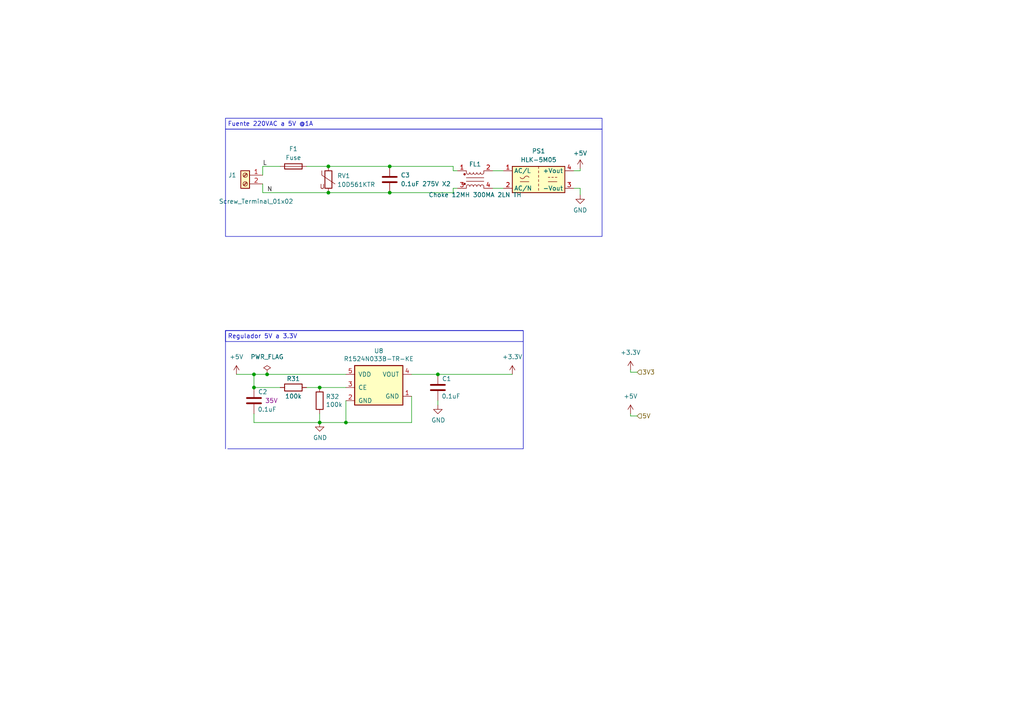
<source format=kicad_sch>
(kicad_sch (version 20230121) (generator eeschema)
  (paper "A4")
  (lib_symbols
    (symbol "+3.3V_4" (power) (pin_names (offset 0))
      (property "Value" "+3.3V_4" (at 0 3.556 0))
      (symbol "+3.3V_4_0_1"
        (polyline (pts (xy -0.762 1.27) (xy 0 2.54)))
        (polyline (pts (xy 0 0) (xy 0 2.54)))
        (polyline (pts (xy 0 2.54) (xy 0.762 1.27)))
      )
      (symbol "+3.3V_4_1_1"
        (pin power_in line (at 0 0 90) (length 0) hide (name "+3.3V") (number "1"))
      )
    )
    (symbol "Connector:Screw_Terminal_01x02" (pin_names (offset 1.016) hide)
      (property "Reference" "J" (at 0 2.54 0))
      (property "Value" "Screw_Terminal_01x02" (at 0 -5.08 0))
      (symbol "Screw_Terminal_01x02_1_1"
        (rectangle (start -1.27 1.27) (end 1.27 -3.81) (stroke (width 0.254)) (fill (type background)))
        (circle (center 0 -2.54) (radius 0.635) (stroke (width 0.1524)))
        (polyline (pts (xy -0.5334 -2.2098) (xy 0.3302 -3.048)) (stroke (width 0.1524)))
        (polyline (pts (xy -0.5334 0.3302) (xy 0.3302 -0.508)) (stroke (width 0.1524)))
        (polyline (pts (xy -0.3556 -2.032) (xy 0.508 -2.8702)) (stroke (width 0.1524)))
        (polyline (pts (xy -0.3556 0.508) (xy 0.508 -0.3302)) (stroke (width 0.1524)))
        (circle (center 0 0) (radius 0.635) (stroke (width 0.1524)))
        (pin passive line (at -5.08 0 0) (length 3.81) (name "Pin_1") (number "1"))
        (pin passive line (at -5.08 -2.54 0) (length 3.81) (name "Pin_2") (number "2"))
      )
    )
    (symbol "Converter_ACDC:HLK-5M05"
      (property "Reference" "PS" (at 0 5.08 0))
      (property "Value" "HLK-5M05" (at 0 -5.08 0))
      (symbol "HLK-5M05_0_1"
        (rectangle (start -7.62 3.81) (end 7.62 -3.81) (stroke (width 0.254)) (fill (type background)))
        (arc (start -5.334 0.635) (mid -4.699 0.2495) (end -4.064 0.635))
        (arc (start -2.794 0.635) (mid -3.429 1.0072) (end -4.064 0.635))
        (polyline (pts (xy -5.334 -0.635) (xy -2.794 -0.635)))
        (polyline (pts (xy 0 -2.54) (xy 0 -3.175)))
        (polyline (pts (xy 0 -1.27) (xy 0 -1.905)))
        (polyline (pts (xy 0 0) (xy 0 -0.635)))
        (polyline (pts (xy 0 1.27) (xy 0 0.635)))
        (polyline (pts (xy 0 2.54) (xy 0 1.905)))
        (polyline (pts (xy 0 3.81) (xy 0 3.175)))
        (polyline (pts (xy 2.794 -0.635) (xy 5.334 -0.635)))
        (polyline (pts (xy 2.794 0.635) (xy 3.302 0.635)))
        (polyline (pts (xy 3.81 0.635) (xy 4.318 0.635)))
        (polyline (pts (xy 4.826 0.635) (xy 5.334 0.635)))
      )
      (symbol "HLK-5M05_1_1"
        (pin power_in line (at -10.16 2.54 0) (length 2.54) (name "AC/L") (number "1"))
        (pin power_in line (at -10.16 -2.54 0) (length 2.54) (name "AC/N") (number "2"))
        (pin power_out line (at 10.16 -2.54 180) (length 2.54) (name "-Vout") (number "3"))
        (pin power_out line (at 10.16 2.54 180) (length 2.54) (name "+Vout") (number "4"))
      )
    )
    (symbol "Device:C" (pin_numbers hide) (pin_names (offset 0.254))
      (property "Reference" "C" (at 0.635 2.54 0))
      (property "Value" "C" (at 0.635 -2.54 0))
      (symbol "C_0_1"
        (polyline (pts (xy -2.032 -0.762) (xy 2.032 -0.762)) (stroke (width 0.508)))
        (polyline (pts (xy -2.032 0.762) (xy 2.032 0.762)) (stroke (width 0.508)))
      )
      (symbol "C_1_1"
        (pin passive line (at 0 3.81 270) (length 2.794) (name "~") (number "1"))
        (pin passive line (at 0 -3.81 90) (length 2.794) (name "~") (number "2"))
      )
    )
    (symbol "Device:Filter_EMI_CommonMode" (pin_names (offset 0.254) hide)
      (property "Reference" "FL" (at 0 4.445 0))
      (property "Value" "Filter_EMI_CommonMode" (at 0 -4.445 0))
      (symbol "Filter_EMI_CommonMode_0_1"
        (circle (center -3.048 -1.27) (radius 0.254) (fill (type outline)))
        (circle (center -3.048 1.524) (radius 0.254) (fill (type outline)))
        (arc (start -2.54 2.032) (mid -2.032 1.5262) (end -1.524 2.032))
        (arc (start -1.524 -2.032) (mid -2.032 -1.5262) (end -2.54 -2.032))
        (arc (start -1.524 2.032) (mid -1.016 1.5262) (end -0.508 2.032))
        (arc (start -0.508 -2.032) (mid -1.016 -1.5262) (end -1.524 -2.032))
        (arc (start -0.508 2.032) (mid 0 1.5262) (end 0.508 2.032))
        (polyline (pts (xy -2.54 -2.032) (xy -2.54 -2.54)))
        (polyline (pts (xy -2.54 0.508) (xy 2.54 0.508)))
        (polyline (pts (xy -2.54 2.032) (xy -2.54 2.54)))
        (polyline (pts (xy 2.54 -2.032) (xy 2.54 -2.54)))
        (polyline (pts (xy 2.54 -0.508) (xy -2.54 -0.508)))
        (polyline (pts (xy 2.54 2.54) (xy 2.54 2.032)))
        (arc (start 0.508 -2.032) (mid 0 -1.5262) (end -0.508 -2.032))
        (arc (start 0.508 2.032) (mid 1.016 1.5262) (end 1.524 2.032))
        (arc (start 1.524 -2.032) (mid 1.016 -1.5262) (end 0.508 -2.032))
        (arc (start 1.524 2.032) (mid 2.032 1.5262) (end 2.54 2.032))
        (arc (start 2.54 -2.032) (mid 2.032 -1.5262) (end 1.524 -2.032))
      )
      (symbol "Filter_EMI_CommonMode_1_1"
        (pin passive line (at -5.08 2.54 0) (length 2.54) (name "1") (number "1"))
        (pin passive line (at 5.08 2.54 180) (length 2.54) (name "2") (number "2"))
        (pin passive line (at -5.08 -2.54 0) (length 2.54) (name "3") (number "3"))
        (pin passive line (at 5.08 -2.54 180) (length 2.54) (name "4") (number "4"))
      )
    )
    (symbol "Device:Fuse" (pin_numbers hide) (pin_names (offset 0))
      (property "Reference" "F" (at 2.032 0 90))
      (property "Value" "Fuse" (at -1.905 0 90))
      (symbol "Fuse_0_1"
        (rectangle (start -0.762 -2.54) (end 0.762 2.54) (stroke (width 0.254)))
        (polyline (pts (xy 0 2.54) (xy 0 -2.54)))
      )
      (symbol "Fuse_1_1"
        (pin passive line (at 0 3.81 270) (length 1.27) (name "~") (number "1"))
        (pin passive line (at 0 -3.81 90) (length 1.27) (name "~") (number "2"))
      )
    )
    (symbol "Device:R" (pin_numbers hide) (pin_names (offset 0))
      (property "Reference" "R" (at 2.032 0 90))
      (property "Value" "R" (at 0 0 90))
      (symbol "R_0_1"
        (rectangle (start -1.016 -2.54) (end 1.016 2.54) (stroke (width 0.254)))
      )
      (symbol "R_1_1"
        (pin passive line (at 0 3.81 270) (length 1.27) (name "~") (number "1"))
        (pin passive line (at 0 -3.81 90) (length 1.27) (name "~") (number "2"))
      )
    )
    (symbol "Device:Varistor" (pin_numbers hide) (pin_names (offset 0))
      (property "Reference" "RV" (at 3.175 0 90))
      (property "Value" "Varistor" (at -3.175 0 90))
      (symbol "Varistor_0_0"
        (text "U" (at -1.778 -2.032 0) (effects (font (size 1.27 1.27))))
      )
      (symbol "Varistor_0_1"
        (rectangle (start -1.016 -2.54) (end 1.016 2.54) (stroke (width 0.254)))
        (polyline (pts (xy -1.905 2.54) (xy -1.905 1.27) (xy 1.905 -1.27)))
      )
      (symbol "Varistor_1_1"
        (pin passive line (at 0 3.81 270) (length 1.27) (name "~") (number "1"))
        (pin passive line (at 0 -3.81 90) (length 1.27) (name "~") (number "2"))
      )
    )
    (symbol "R1524N033B:R1524N033B" (pin_names (offset 1.016))
      (property "Reference" "U" (at 0 -1.27 0))
      (property "Value" "R1524N033B" (at -1.27 6.35 0))
      (symbol "R1524N033B_0_1"
        (rectangle (start -7.62 5.08) (end 6.35 -6.35) (stroke (width 0.3048)) (fill (type background)))
      )
      (symbol "R1524N033B_1_1"
        (pin power_in line (at 8.89 -3.81 180) (length 2.54) (name "GND") (number "1"))
        (pin power_in line (at -10.16 -5.08 0) (length 2.54) (name "GND") (number "2"))
        (pin input line (at -10.16 -1.27 0) (length 2.54) (name "CE") (number "3"))
        (pin power_out line (at 8.89 2.54 180) (length 2.54) (name "VOUT") (number "4"))
        (pin power_in line (at -10.16 2.54 0) (length 2.54) (name "VDD") (number "5"))
      )
    )
    (symbol "power:+5V" (power) (pin_names (offset 0))
      (property "Value" "+5V" (at 0 3.556 0))
      (symbol "+5V_0_1"
        (polyline (pts (xy -0.762 1.27) (xy 0 2.54)))
        (polyline (pts (xy 0 0) (xy 0 2.54)))
        (polyline (pts (xy 0 2.54) (xy 0.762 1.27)))
      )
      (symbol "+5V_1_1"
        (pin power_in line (at 0 0 90) (length 0) hide (name "+5V") (number "1"))
      )
    )
    (symbol "power:GND" (power) (pin_names (offset 0))
      (property "Value" "GND" (at 0 -3.81 0))
      (symbol "GND_0_1"
        (polyline (pts (xy 0 0) (xy 0 -1.27) (xy 1.27 -1.27) (xy 0 -2.54) (xy -1.27 -1.27) (xy 0 -1.27)))
      )
      (symbol "GND_1_1"
        (pin power_in line (at 0 0 270) (length 0) hide (name "GND") (number "1"))
      )
    )
    (symbol "power:PWR_FLAG" (power) (pin_numbers hide) (pin_names (offset 0) hide)
      (property "Value" "PWR_FLAG" (at 0 3.81 0))
      (symbol "PWR_FLAG_0_0"
        (pin power_out line (at 0 0 90) (length 0) (name "pwr") (number "1"))
      )
      (symbol "PWR_FLAG_0_1"
        (polyline (pts (xy 0 0) (xy 0 1.27) (xy -1.016 1.905) (xy 0 2.54) (xy 1.016 1.905) (xy 0 1.27)))
      )
    )
  )
  (junction (at 73.66 108.585))
  (junction (at 77.47 108.585))
  (junction (at 100.33 122.555))
  (junction (at 92.71 112.395))
  (junction (at 127 108.585))
  (junction (at 92.71 122.555))
  (junction (at 73.66 112.395))
  (junction (at 95.25 55.88))
  (junction (at 113.03 48.26))
  (junction (at 95.25 48.26))
  (junction (at 113.03 55.88))
  (wire (pts (xy 131.445 54.61) (xy 132.715 54.61)))
  (wire (pts (xy 142.875 54.61) (xy 146.05 54.61)))
  (wire (pts (xy 142.875 49.53) (xy 146.05 49.53)))
  (wire (pts (xy 68.58 108.585) (xy 73.66 108.585)))
  (wire (pts (xy 100.33 108.585) (xy 77.47 108.585)))
  (wire (pts (xy 127 108.585) (xy 148.59 108.585)))
  (wire (pts (xy 182.88 120.65) (xy 182.88 120.015)))
  (wire (pts (xy 81.28 112.395) (xy 73.66 112.395)))
  (wire (pts (xy 73.66 108.585) (xy 73.66 112.395)))
  (wire (pts (xy 131.445 49.53) (xy 131.445 48.26)))
  (wire (pts (xy 184.785 107.95) (xy 182.88 107.95)))
  (wire (pts (xy 95.25 48.26) (xy 113.03 48.26)))
  (wire (pts (xy 131.445 55.88) (xy 131.445 54.61)))
  (wire (pts (xy 76.2 48.26) (xy 76.2 50.8)))
  (wire (pts (xy 168.275 54.61) (xy 168.275 56.515)))
  (wire (pts (xy 77.47 108.585) (xy 73.66 108.585)))
  (wire (pts (xy 92.71 122.555) (xy 100.33 122.555)))
  (wire (pts (xy 76.2 55.88) (xy 95.25 55.88)))
  (wire (pts (xy 73.66 122.555) (xy 92.71 122.555)))
  (wire (pts (xy 166.37 54.61) (xy 168.275 54.61)))
  (wire (pts (xy 119.38 122.555) (xy 119.38 114.935)))
  (wire (pts (xy 100.33 116.205) (xy 100.33 122.555)))
  (wire (pts (xy 88.9 48.26) (xy 95.25 48.26)))
  (wire (pts (xy 131.445 49.53) (xy 132.715 49.53)))
  (polyline (pts (xy 151.765 95.885) (xy 65.405 95.885)))
  (wire (pts (xy 127 108.585) (xy 119.38 108.585)))
  (polyline (pts (xy 65.405 95.885) (xy 65.405 130.175)))
  (wire (pts (xy 73.66 120.015) (xy 73.66 122.555)))
  (wire (pts (xy 92.71 122.555) (xy 92.71 120.015)))
  (wire (pts (xy 76.2 48.26) (xy 81.28 48.26)))
  (wire (pts (xy 113.03 55.88) (xy 131.445 55.88)))
  (wire (pts (xy 166.37 49.53) (xy 168.275 49.53)))
  (wire (pts (xy 168.275 49.53) (xy 168.275 48.895)))
  (wire (pts (xy 100.33 122.555) (xy 119.38 122.555)))
  (wire (pts (xy 95.25 55.88) (xy 113.03 55.88)))
  (wire (pts (xy 127 116.205) (xy 127 117.475)))
  (wire (pts (xy 76.2 55.88) (xy 76.2 53.34)))
  (wire (pts (xy 100.33 112.395) (xy 92.71 112.395)))
  (polyline (pts (xy 66.04 130.175) (xy 151.765 130.175)))
  (wire (pts (xy 184.785 120.65) (xy 182.88 120.65)))
  (wire (pts (xy 113.03 48.26) (xy 131.445 48.26)))
  (wire (pts (xy 92.71 112.395) (xy 88.9 112.395)))
  (polyline (pts (xy 151.765 130.175) (xy 151.765 95.885)))
  (wire (pts (xy 182.88 107.95) (xy 182.88 107.315)))
  (rectangle (start 65.405 37.465) (end 174.625 68.58))
  (rectangle (start 65.405 95.885) (end 151.765 99.06))
  (rectangle (start 65.405 34.29) (end 174.625 37.465))
  (text "Regulador 5V a 3.3V" (at 66.04 98.425 0) (effects (font (size 1.27 1.27)) (justify left bottom)))
  (text "Fuente 220VAC a 5V @1A" (at 66.04 36.83 0) (effects (font (size 1.27 1.27)) (justify left bottom)))
  (label "L" (at 76.2 48.26 0))
  (label "N" (at 77.47 55.88 0))
  (hierarchical_label "5V" (shape input) (at 184.785 120.65 0))
  (hierarchical_label "3V3" (shape input) (at 184.785 107.95 0))
  (symbol (lib_name "+3.3V_4") (lib_id "power:+3.3V") (at 182.88 107.315 0) (unit 1)
    (property "Reference" "#PWR038" (effects hide))
    (property "Value" "+3.3V" (at 182.88 102.235 0))
    (instances (project "Nodo_Actuadores" (path "" (reference "#PWR038") (unit 1))) (project "Nodo_Sensores" (path "" (reference "#PWR05") (unit 1))) (project "fuente" (path "" (reference "#PWR055") (unit 1))))
  )
  (symbol (lib_id "Converter_ACDC:HLK-5M05") (at 156.21 52.07 0) (unit 1)
    (property "Reference" "PS1" (at 156.21 43.815 0))
    (property "Value" "HLK-5M05" (at 156.21 46.355 0))
    (property "Footprint" "Converter_ACDC:Converter_ACDC_HiLink_HLK-5Mxx" (effects hide))
    (property "Datasheet" "http://h.hlktech.com/download/ACDC%E7%94%B5%E6%BA%90%E6%A8%A1%E5%9D%975W%E7%B3%BB%E5%88%97/1/%E6%B5%B7%E5%87%8C%E7%A7%915W%E7%B3%BB%E5%88%97%E7%94%B5%E6%BA%90%E6%A8%A1%E5%9D%97%E8%A7%84%E6%A0%BC%E4%B9%A6V2.8.pdf" (effects hide))
  )
  (symbol (lib_id "power:+5V") (at 68.58 108.585 0) (unit 1)
    (property "Reference" "#PWR026" (effects hide))
    (property "Value" "+5V" (at 68.58 103.505 0))
    (instances (project "Nodo_Actuadores" (path "" (reference "#PWR026") (unit 1))) (project "Nodo_Sensores" (path "" (reference "#PWR014") (unit 1))))
  )
  (symbol (lib_name "+3.3V_4") (lib_id "power:+3.3V") (at 148.59 108.585 0) (unit 1)
    (property "Reference" "#PWR027" (effects hide))
    (property "Value" "+3.3V" (at 148.59 103.505 0))
    (instances (project "Nodo_Actuadores" (path "" (reference "#PWR027") (unit 1))) (project "Nodo_Sensores" (path "" (reference "#PWR05") (unit 1))) (project "fuente" (path "" (reference "#PWR055") (unit 1))))
  )
  (symbol (lib_id "Device:Fuse") (at 85.09 48.26 90) (unit 1)
    (property "Reference" "F1" (at 85.09 43.18 90))
    (property "Value" "Fuse" (at 85.09 45.72 90))
    (property "Footprint" "Fuse:Fuseholder_Clip-5x20mm_Littelfuse_445-030_Inline_P20.50x5.20mm_D1.30mm_Horizontal" (effects hide))
  )
  (symbol (lib_id "Device:R") (at 85.09 112.395 90) (unit 1)
    (property "Reference" "R31" (at 85.09 109.855 90))
    (property "Value" "100k" (at 85.09 114.935 90))
    (property "Footprint" "Resistor_SMD:R_0805_2012Metric_Pad1.20x1.40mm_HandSolder" (effects hide))
    (property "MOUNTING_TECHNOLOGY" "SMD" (effects hide))
    (property "PACKAGE_TYPE" "0603" (effects hide))
    (property "Description" "RES SMD 100K OHM 5% 1/10W 0603" (effects hide))
    (property "Manufacturer" "Bourns Inc." (effects hide))
    (property "Mfg Part #" "CR0603-JW-104ELF" (effects hide))
    (instances (project "Nodo_Actuadores" (path "" (reference "R31") (unit 1))) (project "Nodo_Sensores" (path "" (reference "R3") (unit 1))) (project "fuente" (path "" (reference "R154") (unit 1))))
  )
  (symbol (lib_id "power:+5V") (at 182.88 120.015 0) (unit 1)
    (property "Reference" "#PWR039" (effects hide))
    (property "Value" "+5V" (at 182.88 114.935 0))
    (instances (project "Nodo_Actuadores" (path "" (reference "#PWR039") (unit 1))) (project "Nodo_Sensores" (path "" (reference "#PWR014") (unit 1))))
  )
  (symbol (lib_id "power:GND") (at 168.275 56.515 0) (unit 1)
    (property "Reference" "#PWR030" (effects hide))
    (property "Value" "GND" (at 168.275 60.96 0))
  )
  (symbol (lib_id "Device:C") (at 113.03 52.07 0) (unit 1)
    (property "Reference" "C3" (at 116.205 50.8 0) (effects (justify left)))
    (property "Value" "0.1uF 275V X2" (at 116.205 53.34 0) (effects (justify left)))
    (property "Footprint" "Capacitor_THT:C_Rect_L18.0mm_W5.0mm_P15.00mm_FKS3_FKP3" (effects hide))
    (property "Datasheet" "https://www.digikey.com/en/products/detail/kemet/PHE840MB6100MB05R17/1927371" (effects hide))
  )
  (symbol (lib_id "Device:C") (at 127 112.395 180) (unit 1)
    (property "Reference" "C1" (at 129.54 109.855 0))
    (property "Value" "0.1uF" (at 130.81 114.935 0))
    (property "Footprint" "Capacitor_SMD:C_0805_2012Metric" (effects hide))
    (property "PACKAGE_TYPE" "0603" (effects hide))
    (property "MOUNTING_TECHNOLOGY" "SMD" (effects hide))
    (property "Description" "CAP CER 0.1UF 50V X7R 0603" (effects hide))
    (property "Manufacturer" "Samsung Electro-Mechanics" (effects hide))
    (property "Mfg Part #" "CL10B104KB8NNWC" (effects hide))
    (instances (project "Nodo_Actuadores" (path "" (reference "C1") (unit 1))) (project "Nodo_Sensores" (path "" (reference "C5") (unit 1))) (project "fuente" (path "" (reference "C58") (unit 1))))
  )
  (symbol (lib_id "Device:C") (at 73.66 116.205 180) (unit 1)
    (property "Reference" "C2" (at 76.2 113.665 0))
    (property "Value" "0.1uF" (at 77.47 118.745 0))
    (property "Footprint" "Capacitor_SMD:C_0805_2012Metric" (effects hide))
    (property "Voltage" "35V" (at 78.74 116.205 0))
    (property "MOUNTING_TECHNOLOGY" "SMD" (effects hide))
    (property "PACKAGE_TYPE" "0805" (effects hide))
    (property "Description" "CAP CER 0.1UF 35V X7R 0805" (effects hide))
    (property "Manufacturer" "KYOCERA AVX" (effects hide))
    (property "Mfg Part #" "0805DC104MAT2A" (effects hide))
    (instances (project "Nodo_Actuadores" (path "" (reference "C2") (unit 1))) (project "Nodo_Sensores" (path "" (reference "C6") (unit 1))) (project "fuente" (path "" (reference "C57") (unit 1))))
  )
  (symbol (lib_id "Device:Varistor") (at 95.25 52.07 0) (unit 1)
    (property "Reference" "RV1" (at 97.79 50.9933 0) (effects (justify left)))
    (property "Value" "10D561KTR" (at 97.79 53.5333 0) (effects (justify left)))
    (property "Footprint" "Varistor:RV_Disc_D12mm_W4.3mm_P7.5mm" (effects hide))
    (property "Datasheet" "https://www.digikey.com/en/products/detail/bourns-inc/MOV-10D561KTR/2407621" (effects hide))
    (property "Sim.Name" "kicad_builtin_varistor" (effects hide))
    (property "Sim.Device" "SUBCKT" (effects hide))
    (property "Sim.Pins" "1=A 2=B" (effects hide))
    (property "Sim.Params" "threshold=1k" (effects hide))
    (property "Sim.Library" "${KICAD7_SYMBOL_DIR}/Simulation_SPICE.sp" (effects hide))
  )
  (symbol (lib_id "Device:Filter_EMI_CommonMode") (at 137.795 52.07 0) (unit 1)
    (property "Reference" "FL1" (at 137.795 47.625 0))
    (property "Value" "Choke 12MH 300MA 2LN TH" (at 137.795 56.515 0))
    (property "Footprint" "Inductor_THT:Choke_Schaffner_RN202-04-8.8x18.2mm" (effects hide))
    (property "Datasheet" "https://www.digikey.com/en/products/detail/schaffner-emc-inc/RN202-0-3-02-12M/6196212" (effects hide))
  )
  (symbol (lib_id "R1524N033B:R1524N033B") (at 110.49 111.125 0) (unit 1)
    (property "Reference" "U8" (at 109.855 101.7778 0))
    (property "Value" "R1524N033B-TR-KE" (at 109.855 104.0892 0))
    (property "Footprint" "Package_TO_SOT_SMD:SOT-23-5" (effects hide))
    (property "Datasheet" "https://www.n-redc.co.jp/en/pdf/datasheet/r1524-ea.pdf" (effects hide))
    (property "MOUNTING_TECHNOLOGY" "SMD" (effects hide))
    (property "PACKAGE_TYPE" "SOT-23-5" (effects hide))
    (property "Description" "IC REG LINEAR 3.3V 200MA SOT23-5" (effects hide))
    (property "Manufacturer" "Nisshinbo Micro Devices Inc." (effects hide))
    (property "Mfg Part #" "R1524N033B-TR-KE" (effects hide))
    (instances (project "Nodo_Actuadores" (path "" (reference "U8") (unit 1))) (project "Nodo_Sensores" (path "" (reference "U2") (unit 1))) (project "fuente" (path "" (reference "U4") (unit 1))))
  )
  (symbol (lib_id "power:GND") (at 127 117.475 0) (unit 1)
    (property "Reference" "#PWR028" (effects hide))
    (property "Value" "GND" (at 127.127 121.8692 0))
    (instances (project "Nodo_Actuadores" (path "" (reference "#PWR028") (unit 1))) (project "Nodo_Sensores" (path "" (reference "#PWR06") (unit 1))) (project "fuente" (path "" (reference "#PWR054") (unit 1))))
  )
  (symbol (lib_id "power:PWR_FLAG") (at 77.47 108.585 0) (unit 1)
    (property "Reference" "#FLG01" (effects hide))
    (property "Value" "PWR_FLAG" (at 77.47 103.505 0))
    (instances (project "Nodo_Actuadores" (path "" (reference "#FLG01") (unit 1))) (project "Nodo_Sensores" (path "" (reference "#FLG02") (unit 1))) (project "fuente" (path "" (reference "#FLG0104") (unit 1))))
  )
  (symbol (lib_id "Device:R") (at 92.71 116.205 0) (unit 1)
    (property "Reference" "R32" (at 94.488 115.0366 0) (effects (justify left)))
    (property "Value" "100k" (at 94.488 117.348 0) (effects (justify left)))
    (property "Footprint" "Resistor_SMD:R_0805_2012Metric_Pad1.20x1.40mm_HandSolder" (effects hide))
    (property "MOUNTING_TECHNOLOGY" "SMD" (effects hide))
    (property "PACKAGE_TYPE" "0603" (effects hide))
    (property "Description" "RES SMD 100K OHM 5% 1/10W 0603" (effects hide))
    (property "Manufacturer" "Bourns Inc." (effects hide))
    (property "Mfg Part #" "CR0603-JW-104ELF" (effects hide))
    (instances (project "Nodo_Actuadores" (path "" (reference "R32") (unit 1))) (project "Nodo_Sensores" (path "" (reference "R4") (unit 1))) (project "fuente" (path "" (reference "R155") (unit 1))))
  )
  (symbol (lib_id "power:GND") (at 92.71 122.555 0) (unit 1)
    (property "Reference" "#PWR029" (effects hide))
    (property "Value" "GND" (at 92.837 126.9492 0))
    (instances (project "Nodo_Actuadores" (path "" (reference "#PWR029") (unit 1))) (project "Nodo_Sensores" (path "" (reference "#PWR08") (unit 1))) (project "fuente" (path "" (reference "#PWR053") (unit 1))))
  )
  (symbol (lib_id "Connector:Screw_Terminal_01x02") (at 71.12 50.8 0) (mirror y) (unit 1)
    (property "Reference" "J1" (at 68.58 50.8 0) (effects (justify left)))
    (property "Value" "Screw_Terminal_01x02" (at 85.09 58.42 0) (effects (justify left)))
    (property "Footprint" "TerminalBlock_Phoenix:TerminalBlock_Phoenix_MKDS-1,5-2_1x02_P5.00mm_Horizontal" (effects hide))
  )
  (symbol (lib_id "power:+5V") (at 168.275 48.895 0) (unit 1)
    (property "Reference" "#PWR031" (effects hide))
    (property "Value" "+5V" (at 168.275 44.45 0))
  )
)
</source>
